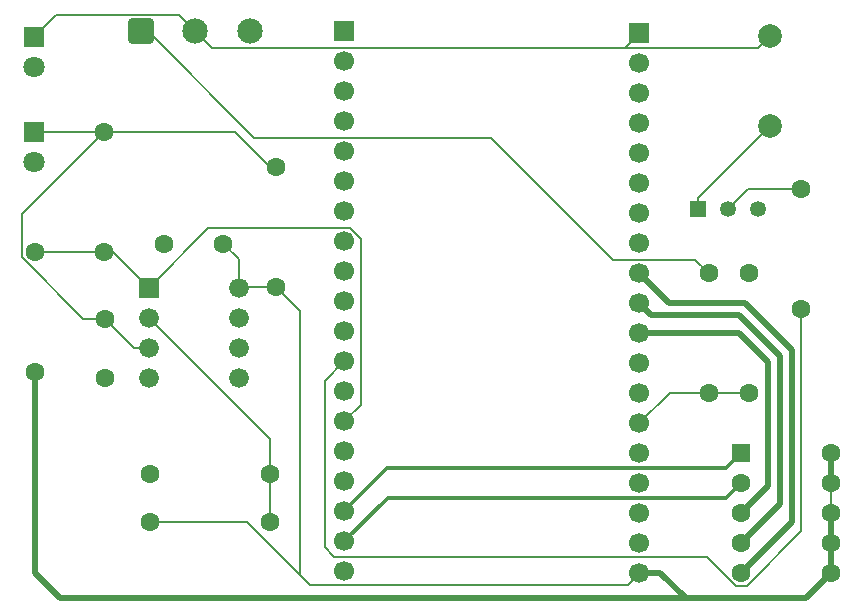
<source format=gbl>
%TF.GenerationSoftware,KiCad,Pcbnew,9.0.6*%
%TF.CreationDate,2025-12-31T00:29:03-07:00*%
%TF.ProjectId,MainBoard,4d61696e-426f-4617-9264-2e6b69636164,rev?*%
%TF.SameCoordinates,Original*%
%TF.FileFunction,Copper,L2,Bot*%
%TF.FilePolarity,Positive*%
%FSLAX46Y46*%
G04 Gerber Fmt 4.6, Leading zero omitted, Abs format (unit mm)*
G04 Created by KiCad (PCBNEW 9.0.6) date 2025-12-31 00:29:03*
%MOMM*%
%LPD*%
G01*
G04 APERTURE LIST*
G04 Aperture macros list*
%AMRoundRect*
0 Rectangle with rounded corners*
0 $1 Rounding radius*
0 $2 $3 $4 $5 $6 $7 $8 $9 X,Y pos of 4 corners*
0 Add a 4 corners polygon primitive as box body*
4,1,4,$2,$3,$4,$5,$6,$7,$8,$9,$2,$3,0*
0 Add four circle primitives for the rounded corners*
1,1,$1+$1,$2,$3*
1,1,$1+$1,$4,$5*
1,1,$1+$1,$6,$7*
1,1,$1+$1,$8,$9*
0 Add four rect primitives between the rounded corners*
20,1,$1+$1,$2,$3,$4,$5,0*
20,1,$1+$1,$4,$5,$6,$7,0*
20,1,$1+$1,$6,$7,$8,$9,0*
20,1,$1+$1,$8,$9,$2,$3,0*%
G04 Aperture macros list end*
%TA.AperFunction,ComponentPad*%
%ADD10C,1.600000*%
%TD*%
%TA.AperFunction,ComponentPad*%
%ADD11R,1.676400X1.676400*%
%TD*%
%TA.AperFunction,ComponentPad*%
%ADD12C,1.676400*%
%TD*%
%TA.AperFunction,ComponentPad*%
%ADD13R,1.350000X1.350000*%
%TD*%
%TA.AperFunction,ComponentPad*%
%ADD14C,1.350000*%
%TD*%
%TA.AperFunction,ComponentPad*%
%ADD15R,1.800000X1.800000*%
%TD*%
%TA.AperFunction,ComponentPad*%
%ADD16C,1.800000*%
%TD*%
%TA.AperFunction,ComponentPad*%
%ADD17RoundRect,0.250000X-0.550000X-0.550000X0.550000X-0.550000X0.550000X0.550000X-0.550000X0.550000X0*%
%TD*%
%TA.AperFunction,ComponentPad*%
%ADD18RoundRect,0.250000X-0.825000X-0.825000X0.825000X-0.825000X0.825000X0.825000X-0.825000X0.825000X0*%
%TD*%
%TA.AperFunction,ComponentPad*%
%ADD19C,2.150000*%
%TD*%
%TA.AperFunction,ComponentPad*%
%ADD20R,1.700000X1.700000*%
%TD*%
%TA.AperFunction,ComponentPad*%
%ADD21C,1.700000*%
%TD*%
%TA.AperFunction,ComponentPad*%
%ADD22C,2.000000*%
%TD*%
%TA.AperFunction,Conductor*%
%ADD23C,0.350000*%
%TD*%
%TA.AperFunction,Conductor*%
%ADD24C,0.500000*%
%TD*%
%TA.AperFunction,Conductor*%
%ADD25C,0.200000*%
%TD*%
G04 APERTURE END LIST*
D10*
%TO.P,R4,1*%
%TO.N,Net-(R4-Pad1)*%
X126273515Y-101667319D03*
%TO.P,R4,2*%
%TO.N,Net-(Q1-C)*%
X126273515Y-91507319D03*
%TD*%
D11*
%TO.P,U1,1*%
%TO.N,Net-(R4-Pad1)*%
X130032760Y-104690000D03*
D12*
%TO.P,U1,2*%
%TO.N,Net-(U1A--)*%
X130032760Y-107230000D03*
%TO.P,U1,3*%
%TO.N,Net-(Q1-C)*%
X130032760Y-109770000D03*
%TO.P,U1,4*%
%TO.N,GND*%
X130032760Y-112310000D03*
%TO.P,U1,5*%
%TO.N,N/C*%
X137652760Y-112310000D03*
%TO.P,U1,6*%
X137652760Y-109770000D03*
%TO.P,U1,7*%
X137652760Y-107230000D03*
%TO.P,U1,8*%
%TO.N,+3V3*%
X137652760Y-104690000D03*
%TD*%
D10*
%TO.P,R5,1*%
%TO.N,Net-(R4-Pad1)*%
X120393437Y-101663827D03*
%TO.P,R5,2*%
%TO.N,+3V3*%
X120393437Y-111823827D03*
%TD*%
D13*
%TO.P,Q2,1,C*%
%TO.N,Net-(Q2-C)*%
X176557714Y-98048091D03*
D14*
%TO.P,Q2,2,B*%
%TO.N,Net-(Q2-B)*%
X179097714Y-98048091D03*
%TO.P,Q2,3,E*%
%TO.N,GND*%
X181637714Y-98048091D03*
%TD*%
D15*
%TO.P,LD1,1,K*%
%TO.N,+5V In PCB*%
X120342760Y-83460000D03*
D16*
%TO.P,LD1,2,A*%
%TO.N,GND*%
X120342760Y-86000000D03*
%TD*%
D17*
%TO.P,SW2,1*%
%TO.N,Net-(SW2-Pad1)*%
X180222760Y-118681305D03*
D10*
%TO.P,SW2,2*%
%TO.N,Net-(SW2-Pad2)*%
X180222760Y-121221305D03*
%TO.P,SW2,3*%
%TO.N,Net-(SW2-Pad3)*%
X180222760Y-123761305D03*
%TO.P,SW2,4*%
%TO.N,Net-(SW2-Pad4)*%
X180222760Y-126301305D03*
%TO.P,SW2,5*%
%TO.N,Net-(SW2-Pad5)*%
X180222760Y-128841305D03*
%TO.P,SW2,6*%
%TO.N,+3V3*%
X187842760Y-128841305D03*
%TO.P,SW2,7*%
X187842760Y-126301305D03*
%TO.P,SW2,8*%
X187842760Y-123761305D03*
%TO.P,SW2,9*%
X187842760Y-121221305D03*
%TO.P,SW2,10*%
X187842760Y-118681305D03*
%TD*%
%TO.P,C2,1*%
%TO.N,Net-(Q1-C)*%
X126342760Y-107314499D03*
%TO.P,C2,2*%
%TO.N,GND*%
X126342760Y-112314499D03*
%TD*%
D18*
%TO.P,TP4056 w/ Step Up,1*%
%TO.N,Net-(R7-Pad1)*%
X129400000Y-83000000D03*
D19*
%TO.P,TP4056 w/ Step Up,2*%
%TO.N,+5V In PCB*%
X134000000Y-83000000D03*
%TO.P,TP4056 w/ Step Up,3*%
%TO.N,GND*%
X138600000Y-83000000D03*
%TD*%
D10*
%TO.P,C1,1*%
%TO.N,+3V3*%
X136342760Y-101000000D03*
%TO.P,C1,2*%
%TO.N,GND*%
X131342760Y-101000000D03*
%TD*%
%TO.P,R1,1*%
%TO.N,Net-(U1A--)*%
X140342760Y-120503094D03*
%TO.P,R1,2*%
%TO.N,GND*%
X130182760Y-120503094D03*
%TD*%
D20*
%TO.P, ,1*%
%TO.N,+5V In PCB*%
X171590000Y-83145000D03*
D21*
%TO.P, ,2*%
%TO.N,N/C*%
X171590000Y-85685000D03*
%TO.P, ,3*%
X171590000Y-88225000D03*
%TO.P, ,4*%
X171590000Y-90765000D03*
%TO.P, ,5*%
X171590000Y-93305000D03*
%TO.P, ,6*%
%TO.N,GND*%
X171590000Y-95845000D03*
%TO.P, ,7*%
%TO.N,N/C*%
X171590000Y-98385000D03*
%TO.P, ,8*%
X171590000Y-100925000D03*
%TO.P, ,9*%
%TO.N,Net-(SW2-Pad5)*%
X171590000Y-103465000D03*
%TO.P, ,10*%
%TO.N,Net-(SW2-Pad4)*%
X171590000Y-106005000D03*
%TO.P, ,11*%
%TO.N,Net-(SW2-Pad3)*%
X171590000Y-108545000D03*
%TO.P, ,12*%
%TO.N,N/C*%
X171590000Y-111085000D03*
%TO.P, ,13*%
X171590000Y-113625000D03*
%TO.P, ,14*%
%TO.N,Net-(R7-Pad2)*%
X171590000Y-116165000D03*
%TO.P, ,15*%
%TO.N,N/C*%
X171590000Y-118705000D03*
%TO.P, ,16*%
X171590000Y-121245000D03*
%TO.P, ,17*%
X171590000Y-123785000D03*
%TO.P, ,18*%
X171590000Y-126325000D03*
%TO.P, ,19*%
%TO.N,+3V3*%
X171590000Y-128865000D03*
%TD*%
D22*
%TO.P,LS1,N*%
%TO.N,Net-(Q2-C)*%
X182646828Y-91011089D03*
%TO.P,LS1,P*%
%TO.N,+5V In PCB*%
X182646828Y-83411089D03*
%TD*%
D10*
%TO.P,R7,1*%
%TO.N,Net-(R7-Pad1)*%
X177445867Y-103426864D03*
%TO.P,R7,2*%
%TO.N,Net-(R7-Pad2)*%
X177445867Y-113586864D03*
%TD*%
%TO.P,R8,1*%
%TO.N,Net-(R7-Pad2)*%
X180842760Y-113580000D03*
%TO.P,R8,2*%
%TO.N,GND*%
X180842760Y-103420000D03*
%TD*%
%TO.P,R6,1*%
%TO.N,Net-(Q2-B)*%
X185289530Y-96339067D03*
%TO.P,R6,2*%
%TO.N,Net-(R6-Pad2)*%
X185289530Y-106499067D03*
%TD*%
D15*
%TO.P,Q1,1,C*%
%TO.N,Net-(Q1-C)*%
X120342760Y-91500000D03*
D16*
%TO.P,Q1,2,E*%
%TO.N,GND*%
X120342760Y-94040000D03*
%TD*%
D10*
%TO.P,R3,1*%
%TO.N,Net-(Q1-C)*%
X140842760Y-94500000D03*
%TO.P,R3,2*%
%TO.N,+3V3*%
X140842760Y-104660000D03*
%TD*%
D20*
%TO.P, ,1*%
%TO.N,N/C*%
X146592760Y-83000000D03*
D21*
%TO.P, ,2*%
X146592760Y-85540000D03*
%TO.P, ,3*%
X146592760Y-88080000D03*
%TO.P, ,4*%
X146592760Y-90620000D03*
%TO.P, ,5*%
X146592760Y-93160000D03*
%TO.P, ,6*%
X146592760Y-95700000D03*
%TO.P, ,7*%
X146592760Y-98240000D03*
%TO.P, ,8*%
X146592760Y-100780000D03*
%TO.P, ,9*%
X146592760Y-103320000D03*
%TO.P, ,10*%
X146592760Y-105860000D03*
%TO.P, ,11*%
X146592760Y-108400000D03*
%TO.P, ,12*%
%TO.N,Net-(R6-Pad2)*%
X146592760Y-110940000D03*
%TO.P, ,13*%
%TO.N,GND*%
X146592760Y-113480000D03*
%TO.P, ,14*%
%TO.N,Net-(R4-Pad1)*%
X146592760Y-116020000D03*
%TO.P, ,15*%
%TO.N,N/C*%
X146592760Y-118560000D03*
%TO.P, ,16*%
X146592760Y-121100000D03*
%TO.P, ,17*%
%TO.N,Net-(SW2-Pad1)*%
X146592760Y-123640000D03*
%TO.P, ,18*%
%TO.N,Net-(SW2-Pad2)*%
X146592760Y-126180000D03*
%TO.P, ,19*%
%TO.N,GND*%
X146592760Y-128720000D03*
%TD*%
D10*
%TO.P,R2,1*%
%TO.N,Net-(U1A--)*%
X140342760Y-124503094D03*
%TO.P,R2,2*%
%TO.N,+3V3*%
X130182760Y-124503094D03*
%TD*%
D23*
%TO.N,Net-(SW2-Pad1)*%
X178904065Y-120000000D02*
X150232760Y-120000000D01*
X150232760Y-120000000D02*
X146592760Y-123640000D01*
X180222760Y-118681305D02*
X178904065Y-120000000D01*
%TO.N,Net-(SW2-Pad2)*%
X150272760Y-122500000D02*
X146592760Y-126180000D01*
X178944065Y-122500000D02*
X150272760Y-122500000D01*
X180222760Y-121221305D02*
X178944065Y-122500000D01*
D24*
%TO.N,Net-(SW2-Pad3)*%
X182500000Y-121484065D02*
X180222760Y-123761305D01*
X182500000Y-111000000D02*
X182500000Y-121484065D01*
D25*
X179955000Y-108545000D02*
X180000000Y-108500000D01*
D24*
X171590000Y-108545000D02*
X179955000Y-108545000D01*
X180000000Y-108500000D02*
X182500000Y-111000000D01*
%TO.N,Net-(SW2-Pad4)*%
X183500000Y-123024065D02*
X180222760Y-126301305D01*
X183500000Y-110500000D02*
X183500000Y-123024065D01*
X180000000Y-107000000D02*
X183500000Y-110500000D01*
X171590000Y-106005000D02*
X172585000Y-107000000D01*
X172585000Y-107000000D02*
X180000000Y-107000000D01*
%TO.N,Net-(SW2-Pad5)*%
X184500000Y-110000000D02*
X184500000Y-124564065D01*
X184500000Y-124564065D02*
X180222760Y-128841305D01*
X180500000Y-106000000D02*
X184500000Y-110000000D01*
X174125000Y-106000000D02*
X180500000Y-106000000D01*
X171590000Y-103465000D02*
X174125000Y-106000000D01*
%TO.N,+3V3*%
X173365000Y-128865000D02*
X175500000Y-131000000D01*
X175500000Y-131000000D02*
X185684065Y-131000000D01*
X171590000Y-128865000D02*
X173365000Y-128865000D01*
X185684065Y-131000000D02*
X187842760Y-128841305D01*
X120393437Y-128893437D02*
X122500000Y-131000000D01*
X122500000Y-131000000D02*
X175500000Y-131000000D01*
X120393437Y-111823827D02*
X120393437Y-128893437D01*
D25*
%TO.N,GND*%
X130028261Y-112314499D02*
X130032760Y-112310000D01*
D24*
%TO.N,+3V3*%
X187842760Y-126301305D02*
X187842760Y-123761305D01*
D25*
X137682760Y-104660000D02*
X137652760Y-104690000D01*
X137652760Y-104690000D02*
X137652760Y-102310000D01*
X187842760Y-123761305D02*
X187842760Y-121221305D01*
X140842760Y-104660000D02*
X137682760Y-104660000D01*
X171590000Y-128865000D02*
X170584000Y-129871000D01*
X170584000Y-129871000D02*
X143713760Y-129871000D01*
D24*
X187842760Y-128841305D02*
X187842760Y-126301305D01*
D25*
X140842760Y-104660000D02*
X142842760Y-106660000D01*
X143713760Y-129871000D02*
X142842760Y-129000000D01*
X142842760Y-106660000D02*
X142842760Y-129000000D01*
X137652760Y-102310000D02*
X136342760Y-101000000D01*
X142842760Y-129000000D02*
X138345854Y-124503094D01*
D24*
X187842760Y-121221305D02*
X187842760Y-118681305D01*
D25*
X138345854Y-124503094D02*
X130182760Y-124503094D01*
%TO.N,Net-(Q1-C)*%
X126273515Y-91507319D02*
X119292437Y-98488397D01*
X125350079Y-91507319D02*
X125342760Y-91500000D01*
X126273515Y-91507319D02*
X125350079Y-91507319D01*
X125342760Y-91500000D02*
X120342760Y-91500000D01*
X119292437Y-98488397D02*
X119292437Y-102119877D01*
X128798261Y-109770000D02*
X126342760Y-107314499D01*
X119292437Y-102119877D02*
X124487059Y-107314499D01*
X137350079Y-91507319D02*
X126273515Y-91507319D01*
X140842760Y-94500000D02*
X140342760Y-94500000D01*
X124487059Y-107314499D02*
X126342760Y-107314499D01*
X140342760Y-94500000D02*
X137350079Y-91507319D01*
X130032760Y-109770000D02*
X128798261Y-109770000D01*
%TO.N,Net-(Q2-B)*%
X185289530Y-96339067D02*
X180806738Y-96339067D01*
X180806738Y-96339067D02*
X179097714Y-98048091D01*
%TO.N,Net-(Q2-C)*%
X176557714Y-98048091D02*
X176557714Y-97100203D01*
X176557714Y-97100203D02*
X182646828Y-91011089D01*
%TO.N,+5V In PCB*%
X134000000Y-83000000D02*
X132624000Y-81624000D01*
X132624000Y-81624000D02*
X122178760Y-81624000D01*
X181668917Y-84389000D02*
X182646828Y-83411089D01*
X122178760Y-81624000D02*
X120342760Y-83460000D01*
X134000000Y-83000000D02*
X135389000Y-84389000D01*
X135389000Y-84389000D02*
X170346000Y-84389000D01*
X170346000Y-84389000D02*
X181668917Y-84389000D01*
X171590000Y-83145000D02*
X170346000Y-84389000D01*
%TO.N,Net-(R4-Pad1)*%
X147069520Y-99629000D02*
X148000000Y-100559480D01*
X130032760Y-104690000D02*
X135093760Y-99629000D01*
X148000000Y-114612760D02*
X146592760Y-116020000D01*
X126270023Y-101663827D02*
X126273515Y-101667319D01*
X135093760Y-99629000D02*
X147069520Y-99629000D01*
X126273515Y-101667319D02*
X127010079Y-101667319D01*
X148000000Y-100559480D02*
X148000000Y-114612760D01*
X120393437Y-101663827D02*
X126270023Y-101663827D01*
X127010079Y-101667319D02*
X130032760Y-104690000D01*
%TO.N,Net-(R6-Pad2)*%
X144941760Y-112591000D02*
X144941760Y-126656760D01*
X179766710Y-129942305D02*
X177300405Y-127476000D01*
X185289530Y-106499067D02*
X185289530Y-125331585D01*
X180678810Y-129942305D02*
X179766710Y-129942305D01*
X185289530Y-125331585D02*
X180678810Y-129942305D01*
X145761000Y-127476000D02*
X144941760Y-126656760D01*
X177300405Y-127476000D02*
X145761000Y-127476000D01*
X146592760Y-110940000D02*
X144941760Y-112591000D01*
%TO.N,Net-(R7-Pad1)*%
X159000000Y-92000000D02*
X169314000Y-102314000D01*
X169314000Y-102314000D02*
X176333003Y-102314000D01*
X130000000Y-83000000D02*
X139000000Y-92000000D01*
X129400000Y-83000000D02*
X130000000Y-83000000D01*
X139000000Y-92000000D02*
X159000000Y-92000000D01*
X176333003Y-102314000D02*
X177445867Y-103426864D01*
%TO.N,Net-(R7-Pad2)*%
X177452731Y-113580000D02*
X177445867Y-113586864D01*
X174168136Y-113586864D02*
X171590000Y-116165000D01*
X180842760Y-113580000D02*
X177452731Y-113580000D01*
X177445867Y-113586864D02*
X174168136Y-113586864D01*
%TO.N,Net-(U1A--)*%
X130032760Y-107230000D02*
X140342760Y-117540000D01*
X140342760Y-120503094D02*
X140342760Y-124503094D01*
X140342760Y-117540000D02*
X140342760Y-120503094D01*
%TD*%
M02*

</source>
